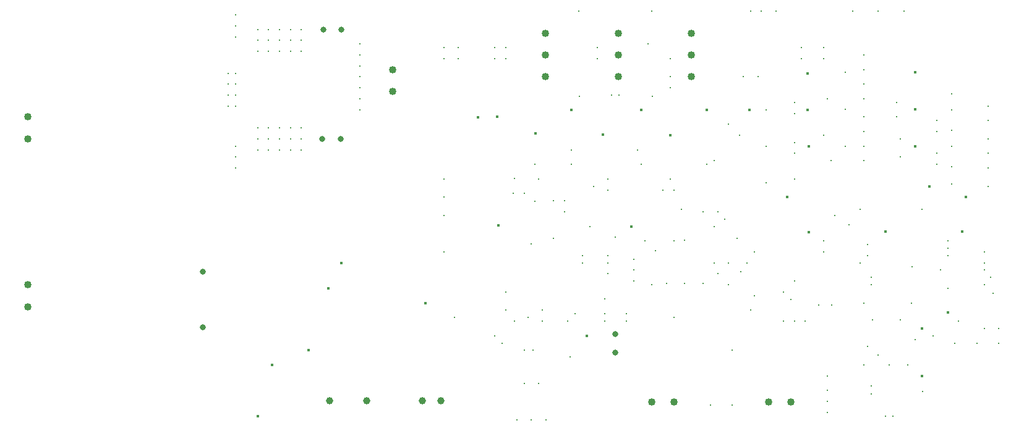
<source format=gbr>
%TF.GenerationSoftware,KiCad,Pcbnew,9.0.0*%
%TF.CreationDate,2025-10-29T06:17:09+08:00*%
%TF.ProjectId,TSAL_G_V4_2,5453414c-5f47-45f5-9634-5f322e6b6963,rev?*%
%TF.SameCoordinates,Original*%
%TF.FileFunction,Plated,1,2,PTH,Drill*%
%TF.FilePolarity,Positive*%
%FSLAX46Y46*%
G04 Gerber Fmt 4.6, Leading zero omitted, Abs format (unit mm)*
G04 Created by KiCad (PCBNEW 9.0.0) date 2025-10-29 06:17:09*
%MOMM*%
%LPD*%
G01*
G04 APERTURE LIST*
%TA.AperFunction,ViaDrill*%
%ADD10C,0.300000*%
%TD*%
%TA.AperFunction,ViaDrill*%
%ADD11C,0.400000*%
%TD*%
%TA.AperFunction,ComponentDrill*%
%ADD12C,0.800000*%
%TD*%
%TA.AperFunction,ComponentDrill*%
%ADD13C,1.000000*%
%TD*%
%TA.AperFunction,ComponentDrill*%
%ADD14C,1.020000*%
%TD*%
G04 APERTURE END LIST*
D10*
X56500000Y-48500000D03*
X56500000Y-50000000D03*
X56500000Y-51500000D03*
X56500000Y-53000000D03*
X57500000Y-40500000D03*
X57500000Y-42000000D03*
X57500000Y-43500000D03*
X57500000Y-48500000D03*
X57500000Y-50000000D03*
X57500000Y-51500000D03*
X57500000Y-53000000D03*
X57500000Y-58500000D03*
X57500000Y-60000000D03*
X57500000Y-61500000D03*
X60500000Y-42500000D03*
X60500000Y-44000000D03*
X60500000Y-45500000D03*
X60500000Y-56000000D03*
X60500000Y-57500000D03*
X60500000Y-59000000D03*
X62000000Y-42500000D03*
X62000000Y-44000000D03*
X62000000Y-45500000D03*
X62000000Y-56000000D03*
X62000000Y-57500000D03*
X62000000Y-59000000D03*
X63500000Y-42500000D03*
X63500000Y-44000000D03*
X63500000Y-45500000D03*
X63500000Y-56000000D03*
X63500000Y-57500000D03*
X63500000Y-59000000D03*
X65000000Y-42500000D03*
X65000000Y-44000000D03*
X65000000Y-45500000D03*
X65000000Y-56000000D03*
X65000000Y-57500000D03*
X65000000Y-59000000D03*
X66500000Y-42500000D03*
X66500000Y-44000000D03*
X66500000Y-45500000D03*
X66500000Y-56000000D03*
X66500000Y-57500000D03*
X66500000Y-59000000D03*
X74500000Y-44500000D03*
X74500000Y-46000000D03*
X74500000Y-47500000D03*
X74500000Y-49000000D03*
X74500000Y-50500000D03*
X74500000Y-52000000D03*
X74500000Y-53500000D03*
X86000000Y-45000000D03*
X86000000Y-46500000D03*
X86000000Y-63000000D03*
X86000000Y-65500000D03*
X86000000Y-68000000D03*
X86000000Y-73000000D03*
X87500000Y-82000000D03*
X88000000Y-45000000D03*
X88000000Y-46500000D03*
X93000000Y-45000000D03*
X93000000Y-46500000D03*
X93000000Y-84500000D03*
X94000000Y-85500000D03*
X94500000Y-45000000D03*
X94500000Y-46500000D03*
X94500000Y-78500000D03*
X94500000Y-81000000D03*
X95500000Y-65000000D03*
X95652500Y-62967500D03*
X95690000Y-82500000D03*
X96000000Y-96000000D03*
X97000000Y-65000000D03*
X97000000Y-86500000D03*
X97000000Y-91000000D03*
X97500000Y-82000000D03*
X98000000Y-71875000D03*
X98000000Y-96000000D03*
X98230000Y-86500000D03*
X98500000Y-61000000D03*
X98500000Y-66032500D03*
X99000000Y-63000000D03*
X99000000Y-91000000D03*
X99500000Y-81000000D03*
X99500000Y-82500000D03*
X100000000Y-96000000D03*
X101000000Y-66000000D03*
X101000000Y-71110000D03*
X102500000Y-66000000D03*
X102500000Y-67500000D03*
X103000000Y-82500000D03*
X103284400Y-87380000D03*
X103500000Y-59000000D03*
X103500000Y-61000000D03*
X104000000Y-81500000D03*
X104500000Y-40000000D03*
X104532500Y-51652500D03*
X105000000Y-73500000D03*
X105000000Y-74500000D03*
X106000000Y-69500000D03*
X106500000Y-64000000D03*
X107000000Y-45000000D03*
X107000000Y-46500000D03*
X108000000Y-81500000D03*
X108000000Y-82500000D03*
X108029258Y-79467500D03*
X108500000Y-63000000D03*
X108500000Y-64500000D03*
X108500000Y-73500000D03*
X108500000Y-74500000D03*
X108500000Y-76000000D03*
X109000000Y-51500000D03*
X109500000Y-71000000D03*
X110000000Y-51500000D03*
X111000000Y-81500000D03*
X111000000Y-82500000D03*
X112000000Y-74000000D03*
X112000000Y-75500000D03*
X112000000Y-77000000D03*
X112500000Y-59000000D03*
X113000000Y-61000000D03*
X113500000Y-71500000D03*
X114000000Y-44500000D03*
X114500000Y-40000000D03*
X114500000Y-77500000D03*
X114532500Y-51652500D03*
X115000000Y-72875000D03*
X116000000Y-64500000D03*
X116467500Y-77347500D03*
X117000000Y-46500000D03*
X117000000Y-49000000D03*
X117000000Y-50500000D03*
X117000000Y-63000000D03*
X117500000Y-64500000D03*
X117500000Y-71500000D03*
X117500000Y-82000000D03*
X118500000Y-67125000D03*
X118967500Y-77347500D03*
X119000000Y-71375000D03*
X121467500Y-77347500D03*
X121500000Y-67500000D03*
X122000000Y-61000000D03*
X122500000Y-94000000D03*
X123000000Y-60500000D03*
X123000000Y-69500000D03*
X123000000Y-74500000D03*
X123500000Y-67500000D03*
X123500000Y-76000000D03*
X124500000Y-68500000D03*
X125000000Y-55500000D03*
X125000000Y-74500000D03*
X125000000Y-77500000D03*
X125500000Y-86500000D03*
X125500000Y-94000000D03*
X126168284Y-71125000D03*
X126500000Y-57000000D03*
X126625000Y-75750000D03*
X127000000Y-49000000D03*
X127500000Y-74500000D03*
X128000000Y-40000000D03*
X128000000Y-81000000D03*
X128500000Y-73000000D03*
X128500000Y-79000000D03*
X129000000Y-49000000D03*
X129500000Y-40000000D03*
X130175000Y-53500000D03*
X130175000Y-58500000D03*
X130175000Y-63540000D03*
X131500000Y-40000000D03*
X132500000Y-78500000D03*
X132500000Y-82500000D03*
X133500000Y-79500000D03*
X134000000Y-52500000D03*
X134000000Y-54000000D03*
X134000000Y-58000000D03*
X134000000Y-59500000D03*
X134000000Y-63000000D03*
X134000000Y-77000000D03*
X134000000Y-82500000D03*
X135000000Y-45000000D03*
X135000000Y-46500000D03*
X135500000Y-82500000D03*
X137375000Y-80326000D03*
X138000000Y-45000000D03*
X138000000Y-46500000D03*
X138000000Y-57000000D03*
X138000000Y-71500000D03*
X138000000Y-73000000D03*
X138500000Y-52000000D03*
X138500000Y-90000000D03*
X138500000Y-92000000D03*
X138500000Y-93500000D03*
X138500000Y-95000000D03*
X139000000Y-60500000D03*
X139125000Y-80326000D03*
X139500000Y-68049000D03*
X140970000Y-48340000D03*
X140970000Y-53420000D03*
X140970000Y-58500000D03*
X141500000Y-69244400D03*
X142000000Y-40000000D03*
X143000000Y-67125000D03*
X143000000Y-74500000D03*
X143500000Y-46000000D03*
X143500000Y-48000000D03*
X143500000Y-50000000D03*
X143500000Y-52000000D03*
X143500000Y-54500000D03*
X143500000Y-56500000D03*
X143500000Y-58500000D03*
X143500000Y-60500000D03*
X143500000Y-80000000D03*
X143500000Y-88500000D03*
X144000000Y-72000000D03*
X144000000Y-73500000D03*
X144000000Y-86000000D03*
X144500000Y-76500000D03*
X144500000Y-77500000D03*
X144500000Y-91365000D03*
X144500000Y-92500000D03*
X144709883Y-82325999D03*
X145467500Y-87152500D03*
X145500000Y-40000000D03*
X146500000Y-95500000D03*
X147000000Y-88500000D03*
X147500000Y-95500000D03*
X148000000Y-52500000D03*
X148000000Y-54500000D03*
X148500000Y-57500000D03*
X148500000Y-60000000D03*
X148500000Y-82326000D03*
X149000000Y-40000000D03*
X149500000Y-88500000D03*
X150000000Y-80000000D03*
X150125000Y-75000000D03*
X150500000Y-85000000D03*
X151500000Y-67125000D03*
X151532500Y-92152500D03*
X153000000Y-84500000D03*
X153500000Y-55000000D03*
X153500000Y-56500000D03*
X153500000Y-59500000D03*
X153500000Y-61000000D03*
X154000000Y-75500000D03*
X155000000Y-71500000D03*
X155000000Y-72500000D03*
X155000000Y-73500000D03*
X155000000Y-78000000D03*
X155500000Y-53500000D03*
X155500000Y-58500000D03*
X155532500Y-51347500D03*
X155532500Y-56347500D03*
X155532500Y-61347500D03*
X155532500Y-63652500D03*
X156000000Y-85500000D03*
X156500000Y-82500000D03*
X159000000Y-85500000D03*
X160000000Y-73000000D03*
X160000000Y-74500000D03*
X160000000Y-75500000D03*
X160000000Y-77500000D03*
X160000000Y-83500000D03*
X160500000Y-53000000D03*
X160500000Y-55000000D03*
X160500000Y-57500000D03*
X160500000Y-59500000D03*
X160500000Y-61500000D03*
X160500000Y-64000000D03*
X160875000Y-76500000D03*
X161184000Y-78684000D03*
X162000000Y-83500000D03*
X162000000Y-85500000D03*
D11*
X60532500Y-95500000D03*
X62500000Y-88500000D03*
X67500000Y-86500000D03*
X70215600Y-77993100D03*
X72000000Y-74500000D03*
X83500000Y-80000000D03*
X90652500Y-54532500D03*
X93347500Y-54467500D03*
X93514400Y-69380000D03*
X98595000Y-56736900D03*
X103500000Y-53500000D03*
X105581200Y-84500000D03*
X107756142Y-56952500D03*
X111715600Y-69500000D03*
X113000000Y-53500000D03*
X117000000Y-57000000D03*
X122000000Y-53500000D03*
X127825000Y-53500000D03*
X133000000Y-65500000D03*
X135847500Y-48532500D03*
X135847500Y-53500000D03*
X136000000Y-58532500D03*
X136000000Y-70284400D03*
X146500000Y-70244400D03*
X150500000Y-48340000D03*
X150500000Y-53420000D03*
X150500000Y-58500000D03*
X151500000Y-83500000D03*
X151500000Y-90000000D03*
X152500000Y-64000000D03*
X155000000Y-81326000D03*
X157000000Y-70244400D03*
X157500000Y-65500000D03*
D12*
%TO.C,D1*%
X53000000Y-75690000D03*
X53000000Y-83310000D03*
%TO.C,C21*%
X69367677Y-57500000D03*
%TO.C,C22*%
X69500000Y-42500000D03*
%TO.C,C21*%
X71867677Y-57500000D03*
%TO.C,C22*%
X72000000Y-42500000D03*
%TO.C,C11*%
X109500000Y-84294888D03*
X109500000Y-86794888D03*
D13*
%TO.C,U5*%
X70347500Y-93440000D03*
X75427500Y-93440000D03*
X83047500Y-93440000D03*
X85587500Y-93440000D03*
D14*
%TO.C,J1*%
X29085000Y-54500000D03*
X29085000Y-57500000D03*
%TO.C,J2*%
X29085000Y-77500000D03*
X29085000Y-80500000D03*
%TO.C,J8*%
X79000000Y-48000000D03*
X79000000Y-51000000D03*
%TO.C,J3*%
X99915000Y-43000000D03*
X99915000Y-46000000D03*
X99915000Y-49000000D03*
%TO.C,J6*%
X109915000Y-43000000D03*
X109915000Y-46000000D03*
X109915000Y-49000000D03*
%TO.C,J4*%
X114500000Y-93585000D03*
X117500000Y-93585000D03*
%TO.C,J7*%
X119915000Y-43000000D03*
X119915000Y-46000000D03*
X119915000Y-49000000D03*
%TO.C,J5*%
X130500000Y-93585000D03*
X133500000Y-93585000D03*
M02*

</source>
